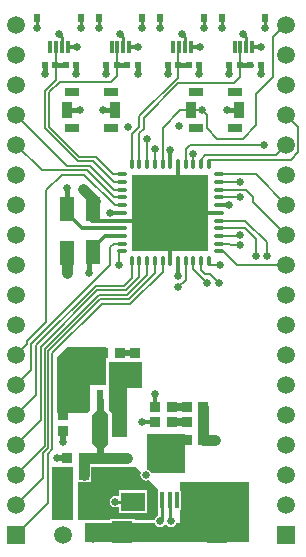
<source format=gtl>
%FSLAX25Y25*%
%MOIN*%
G70*
G01*
G75*
G04 Layer_Physical_Order=1*
G04 Layer_Color=255*
%ADD10R,0.03600X0.03600*%
%ADD11R,0.03600X0.03600*%
%ADD12R,0.07087X0.07480*%
%ADD13R,0.01575X0.05315*%
%ADD14R,0.08268X0.06299*%
%ADD15R,0.25787X0.25787*%
%ADD16O,0.01378X0.03937*%
%ADD17O,0.03937X0.01378*%
%ADD18R,0.02200X0.02200*%
%ADD19R,0.01181X0.03937*%
%ADD20R,0.01969X0.03150*%
%ADD21R,0.04724X0.07874*%
%ADD22R,0.04528X0.02953*%
%ADD23R,0.03740X0.05512*%
%ADD24R,0.02362X0.06299*%
%ADD25R,0.02362X0.07087*%
%ADD26C,0.00600*%
%ADD27C,0.01500*%
%ADD28C,0.01000*%
%ADD29C,0.00800*%
%ADD30C,0.01200*%
%ADD31C,0.03500*%
%ADD32C,0.01300*%
%ADD33C,0.02500*%
%ADD34C,0.02300*%
%ADD35C,0.02000*%
%ADD36C,0.05906*%
%ADD37R,0.05906X0.05906*%
%ADD38C,0.02500*%
G36*
X46586Y25914D02*
X46457Y25722D01*
X46314Y25000D01*
X46457Y24278D01*
X46866Y23666D01*
X47478Y23257D01*
X48200Y23114D01*
X48922Y23257D01*
X49114Y23386D01*
X52172Y20328D01*
X52172Y19758D01*
X52172D01*
Y13242D01*
X52438D01*
Y11274D01*
X52278Y11243D01*
X51666Y10834D01*
X51257Y10222D01*
X51213Y10000D01*
X44513D01*
Y10407D01*
X36227D01*
Y10000D01*
X25500D01*
Y22500D01*
X30000D01*
Y27500D01*
X45000D01*
X46586Y25914D01*
D02*
G37*
G36*
X24000Y10000D02*
X17000D01*
Y27500D01*
X24000D01*
Y10000D01*
D02*
G37*
G36*
X82500Y2500D02*
X28000D01*
Y9000D01*
X51213D01*
X51257Y8778D01*
X51666Y8166D01*
X52278Y7757D01*
X53000Y7614D01*
X53722Y7757D01*
X54334Y8166D01*
X54500Y8415D01*
X55000D01*
X55166Y8166D01*
X55778Y7757D01*
X56500Y7614D01*
X57222Y7757D01*
X57834Y8166D01*
X58243Y8778D01*
X58287Y9000D01*
X59500D01*
Y13242D01*
X60065D01*
Y19758D01*
X59500D01*
Y22500D01*
X82500D01*
Y2500D01*
D02*
G37*
G36*
X61250Y25500D02*
X49987D01*
X49943Y25722D01*
X49534Y26334D01*
X48922Y26743D01*
X48750Y26777D01*
Y38500D01*
X61250D01*
Y25500D01*
D02*
G37*
G36*
X47000Y54000D02*
X42000D01*
Y37500D01*
X37000D01*
Y45500D01*
X36000Y46500D01*
Y62500D01*
X47000D01*
Y54000D01*
D02*
G37*
G36*
X35000Y55000D02*
X29500D01*
Y47000D01*
Y46500D01*
X28500Y45500D01*
X18500D01*
Y55000D01*
Y64000D01*
X22000Y67500D01*
X35000D01*
Y55000D01*
D02*
G37*
G36*
X35559Y45079D02*
Y35236D01*
X34181Y33858D01*
X31819D01*
X30441Y35236D01*
Y45079D01*
X31819Y46457D01*
X34181D01*
X35559Y45079D01*
D02*
G37*
%LPC*%
G36*
X48647Y19856D02*
X39180D01*
Y18074D01*
X38739Y17838D01*
X38722Y17849D01*
X38000Y17992D01*
X37278Y17849D01*
X36666Y17440D01*
X36257Y16828D01*
X36114Y16106D01*
X36257Y15384D01*
X36666Y14773D01*
X37278Y14364D01*
X38000Y14220D01*
X38722Y14364D01*
X38739Y14375D01*
X39180Y14139D01*
Y12357D01*
X48647D01*
Y19856D01*
D02*
G37*
%LPD*%
D10*
X44500Y60000D02*
D03*
Y65500D02*
D03*
X33000Y30500D02*
D03*
Y25000D02*
D03*
X30500Y12500D02*
D03*
Y7000D02*
D03*
X20500Y45000D02*
D03*
Y39500D02*
D03*
D11*
X39500Y65500D02*
D03*
X34000D02*
D03*
X27500Y30500D02*
D03*
X22000D02*
D03*
X27500Y25000D02*
D03*
X22000D02*
D03*
X51335Y42500D02*
D03*
X56835D02*
D03*
X51335Y47500D02*
D03*
X56835D02*
D03*
X67335Y36665D02*
D03*
X61835D02*
D03*
Y42500D02*
D03*
X67335D02*
D03*
X61835Y47500D02*
D03*
X67335D02*
D03*
D12*
X71866Y6067D02*
D03*
X40370D02*
D03*
D13*
X51000Y16500D02*
D03*
X53559D02*
D03*
X56118D02*
D03*
X58677D02*
D03*
X61236D02*
D03*
D14*
X43913Y16106D02*
D03*
X68323D02*
D03*
D15*
X56339Y112341D02*
D03*
D16*
X69134Y96200D02*
D03*
X66575D02*
D03*
X64016D02*
D03*
X61457D02*
D03*
X58898D02*
D03*
X56339D02*
D03*
X53780D02*
D03*
X51221D02*
D03*
X48662D02*
D03*
X46103D02*
D03*
X43543D02*
D03*
Y128483D02*
D03*
X46103D02*
D03*
X48662D02*
D03*
X51221D02*
D03*
X53780D02*
D03*
X56339D02*
D03*
X58898D02*
D03*
X61457D02*
D03*
X64016D02*
D03*
X66575D02*
D03*
X69134D02*
D03*
D17*
X40197Y99546D02*
D03*
Y102105D02*
D03*
Y104664D02*
D03*
Y107223D02*
D03*
Y109782D02*
D03*
Y112341D02*
D03*
Y114900D02*
D03*
Y117459D02*
D03*
Y120018D02*
D03*
Y122578D02*
D03*
Y125137D02*
D03*
X72481D02*
D03*
Y122578D02*
D03*
Y120018D02*
D03*
Y117459D02*
D03*
Y114900D02*
D03*
Y112341D02*
D03*
Y109782D02*
D03*
Y107223D02*
D03*
Y104664D02*
D03*
Y102105D02*
D03*
Y99546D02*
D03*
D18*
X86500Y161500D02*
D03*
X83000D02*
D03*
X79500D02*
D03*
X76000D02*
D03*
X66000D02*
D03*
X62500D02*
D03*
X59000D02*
D03*
X55500D02*
D03*
X45500D02*
D03*
X42000D02*
D03*
X38500D02*
D03*
X35000D02*
D03*
X25000D02*
D03*
X21500D02*
D03*
X18000D02*
D03*
X14500D02*
D03*
D19*
X83700Y167500D02*
D03*
X81731D02*
D03*
X79763D02*
D03*
X77794D02*
D03*
X63200D02*
D03*
X61231D02*
D03*
X59263D02*
D03*
X57294D02*
D03*
X42700D02*
D03*
X40731D02*
D03*
X38763D02*
D03*
X36794D02*
D03*
X22200D02*
D03*
X20232D02*
D03*
X18263D02*
D03*
X16295D02*
D03*
D20*
X88031Y177342D02*
D03*
X73464D02*
D03*
X67531D02*
D03*
X52964D02*
D03*
X47031D02*
D03*
X32464D02*
D03*
X26531D02*
D03*
X11964D02*
D03*
D21*
X22008Y113625D02*
D03*
X30670D02*
D03*
X30670Y99156D02*
D03*
X22008Y99058D02*
D03*
D22*
X77810Y152624D02*
D03*
X64810D02*
D03*
X77810Y140624D02*
D03*
X64810D02*
D03*
X23500Y140500D02*
D03*
X36500D02*
D03*
X23500Y152500D02*
D03*
X36500D02*
D03*
D23*
X79310Y146624D02*
D03*
X63310D02*
D03*
X22000Y146500D02*
D03*
X38000D02*
D03*
D24*
X27095Y50394D02*
D03*
X38906D02*
D03*
D25*
X33000Y50000D02*
D03*
D26*
X84000Y116000D02*
Y117500D01*
X81481Y120018D02*
X84000Y117500D01*
X72481Y120018D02*
X81481D01*
X59624Y146624D02*
X62683D01*
X53780Y140780D02*
X59624Y146624D01*
X53780Y128483D02*
Y140780D01*
X59000Y155500D02*
X77500D01*
X47500Y144000D02*
X59000Y155500D01*
X47500Y140326D02*
Y144000D01*
X46103Y138929D02*
X47500Y140326D01*
X43543Y138544D02*
X46000Y141000D01*
Y144500D01*
X58785Y157285D01*
Y167022D01*
X59263Y167500D01*
X43543Y128483D02*
Y138544D01*
X46103Y128483D02*
Y138929D01*
X25500Y129500D02*
X30680D01*
X14500Y140500D02*
X25500Y129500D01*
X14500Y140500D02*
Y153000D01*
X18263Y156763D02*
Y161500D01*
X14500Y153000D02*
X18263Y156763D01*
X27680Y125000D02*
X37780Y114900D01*
X20178Y125000D02*
X27680D01*
X15000Y119822D02*
X20178Y125000D01*
X13500Y126500D02*
X28680D01*
X37721Y117459D01*
X29680Y128000D02*
X37662Y120018D01*
X22000Y128000D02*
X29680D01*
X5000Y145000D02*
X22000Y128000D01*
X30680Y129500D02*
X37603Y122578D01*
X26000Y131000D02*
X31500D01*
X16000Y141000D02*
X26000Y131000D01*
X31500D02*
X37363Y125137D01*
X5000Y135000D02*
X13500Y126500D01*
X16000Y152500D02*
X19500Y156000D01*
X36763D02*
X38763Y158000D01*
Y167500D01*
X38500Y161500D02*
X38763Y161763D01*
X19500Y156000D02*
X36763D01*
X16000Y141000D02*
Y152500D01*
X37363Y125137D02*
X40197D01*
X66873Y146624D02*
X68500Y144997D01*
Y140500D02*
Y144997D01*
Y140500D02*
X72000Y137000D01*
X80500D01*
X85000Y141500D01*
Y152000D01*
X62683Y146624D02*
X66873D01*
X85000Y152000D02*
X90500Y157500D01*
X77500Y155500D02*
X79763Y157763D01*
X43543Y90544D02*
Y96200D01*
X41000Y88000D02*
X43543Y90544D01*
X31500Y88000D02*
X41000D01*
X41500Y86500D02*
X46103Y91103D01*
X32000Y86500D02*
X41500D01*
X46103Y91103D02*
Y96200D01*
X42000Y85000D02*
X48662Y91662D01*
X32500Y85000D02*
X42000D01*
X48662Y91662D02*
Y96200D01*
X11750Y68250D02*
X31500Y88000D01*
X13250Y67750D02*
X32000Y86500D01*
X14500Y67000D02*
X32500Y85000D01*
X33000Y83500D02*
X42500D01*
X15750Y66250D02*
X33000Y83500D01*
X42500D02*
X51221Y92221D01*
X43000Y82000D02*
X53780Y92780D01*
X33500Y82000D02*
X43000D01*
X17000Y65500D02*
X33500Y82000D01*
X51221Y92221D02*
Y96200D01*
X53780Y92780D02*
Y96200D01*
X36339Y94839D02*
Y100841D01*
X10000Y68500D02*
X36339Y94839D01*
X15000Y76000D02*
Y119822D01*
X8500Y69500D02*
X15000Y76000D01*
X8500Y68500D02*
Y69500D01*
X10000Y60000D02*
Y68500D01*
X11750Y51750D02*
Y68250D01*
X13250Y43250D02*
Y67750D01*
X14500Y34500D02*
Y67000D01*
X15750Y34250D02*
Y66250D01*
X5000Y65000D02*
X8500Y68500D01*
X5000Y55000D02*
X10000Y60000D01*
X5000Y45000D02*
X11750Y51750D01*
X5000Y35000D02*
X13250Y43250D01*
X17000Y33500D02*
Y65500D01*
X15500Y32000D02*
X17000Y33500D01*
X15500Y15500D02*
Y32000D01*
X15700Y34200D02*
X15750Y34250D01*
X15700Y34003D02*
Y34200D01*
X14000Y32303D02*
X15700Y34003D01*
X14000Y24000D02*
Y32303D01*
X5000Y25000D02*
X14500Y34500D01*
X5000Y15000D02*
X14000Y24000D01*
X5000Y5000D02*
X15500Y15500D01*
X88500Y98000D02*
Y102500D01*
X85000Y98000D02*
Y103500D01*
X79422Y122578D02*
X79500Y122500D01*
X72481Y122578D02*
X79422D01*
X81277Y107223D02*
X85000Y103500D01*
X72481Y107223D02*
X81277D01*
X81218Y109782D02*
X88500Y102500D01*
X78527Y95000D02*
X95000D01*
X73981Y99546D02*
X78527Y95000D01*
X68000Y92000D02*
X69500D01*
X66575Y93425D02*
X68000Y92000D01*
X66575Y93425D02*
Y96200D01*
X69500Y92000D02*
X72500Y89000D01*
X64016Y93484D02*
Y96200D01*
Y93484D02*
X68500Y89000D01*
X59000Y87500D02*
X61457Y89957D01*
X84000Y116000D02*
X95000Y105000D01*
X72481Y117459D02*
X79500D01*
X63000Y135000D02*
X87500D01*
X61457Y133457D02*
X63000Y135000D01*
X84863Y125137D02*
X95000Y115000D01*
X72481Y125137D02*
X84863D01*
X39197Y94841D02*
Y99546D01*
X94500Y175000D02*
X95000D01*
X90500Y171000D02*
X94500Y175000D01*
X90500Y157500D02*
Y171000D01*
X91500Y131500D02*
X95000Y135000D01*
X68000Y131500D02*
X91500D01*
X66575Y130075D02*
X68000Y131500D01*
X66575Y128483D02*
Y130075D01*
X95000Y145000D02*
X99000Y141000D01*
Y132500D02*
Y141000D01*
X96500Y130000D02*
X99000Y132500D01*
X48662Y128483D02*
Y136838D01*
X51221Y128483D02*
Y133500D01*
X72481Y109782D02*
X81218D01*
X64016Y128483D02*
Y132000D01*
X61457Y128483D02*
Y133457D01*
X79763Y157763D02*
Y167500D01*
X18263Y161500D02*
Y167500D01*
X69000Y130000D02*
X96500D01*
X61457Y89957D02*
Y96200D01*
X37603Y102105D02*
X40197D01*
X37662Y120018D02*
X40197D01*
X36339Y100841D02*
X37603Y102105D01*
Y122578D02*
X40197D01*
X37721Y117459D02*
X40197Y117459D01*
X37780Y114900D02*
X40197D01*
D27*
X75434Y146624D02*
X79310D01*
X33810Y146500D02*
X38000D01*
X22313D02*
X26190D01*
X76000Y158500D02*
Y161500D01*
X80026D02*
X83263D01*
X59263D02*
X62500D01*
X38763D02*
X42000D01*
X18263D02*
X21500D01*
X18000D02*
X18263D01*
X66000Y158500D02*
Y161500D01*
X55500Y158500D02*
Y161500D01*
X86500Y158500D02*
Y161500D01*
X35000Y158500D02*
Y161500D01*
X45500Y158500D02*
Y161500D01*
X25000Y158500D02*
Y161500D01*
X14500Y158500D02*
Y161500D01*
X29339Y99156D02*
X29339Y99365D01*
Y97826D02*
X30670Y99156D01*
X29339Y92318D02*
Y97826D01*
X22008Y113625D02*
X22008Y120672D01*
D28*
X38000Y16106D02*
X43913D01*
X11964Y173843D02*
Y177342D01*
X26531Y173843D02*
Y177342D01*
X32464Y173843D02*
Y177342D01*
X47031Y173843D02*
Y177342D01*
X52964Y173843D02*
Y177342D01*
X67531Y173843D02*
Y177342D01*
X73464Y173843D02*
Y177342D01*
X88031Y173843D02*
Y177342D01*
X81731Y167500D02*
Y170869D01*
X80700Y171900D02*
X81731Y170869D01*
X61231Y167500D02*
Y170869D01*
X60200Y171900D02*
X61231Y170869D01*
X40731Y167500D02*
Y170869D01*
X39700Y171900D02*
X40731Y170869D01*
X19200Y171900D02*
X20232Y170869D01*
Y167500D02*
Y170869D01*
X53559Y10059D02*
Y16500D01*
X56118Y9882D02*
Y16500D01*
Y9882D02*
X56500Y9500D01*
X53000D02*
X53559Y10059D01*
D29*
X69500Y95000D02*
X73000D01*
X76500Y101500D02*
X79500D01*
X75895Y102105D02*
X76500Y101500D01*
X72481Y102105D02*
X75895D01*
X79164Y104664D02*
X79500Y105000D01*
X72481Y104664D02*
X79164D01*
D30*
X83700Y167500D02*
X86700D01*
X42700D02*
X45700D01*
X63200D02*
X66200D01*
X22200D02*
X25200D01*
X46829Y42500D02*
X51335D01*
Y47500D02*
Y52006D01*
X34662Y104664D02*
X40197D01*
X31589Y101591D02*
X34662Y104664D01*
X23339Y110841D02*
X26957Y107223D01*
X40197D01*
D31*
X27339Y120341D02*
X31328Y116352D01*
X22008Y92341D02*
Y99058D01*
X27500Y25000D02*
Y30500D01*
X33000D01*
X37500D01*
X42000D01*
X67335Y36665D02*
Y42500D01*
Y47500D01*
Y36665D02*
X71335D01*
D32*
X72481Y114900D02*
X75981D01*
X63839Y112341D02*
X72481D01*
X56339Y128483D02*
Y133341D01*
X58898Y91400D02*
Y96200D01*
X36339Y112341D02*
X40197D01*
X30398Y109782D02*
X53780D01*
X56339Y112341D01*
X58898Y114900D02*
Y128483D01*
X56339Y112341D02*
X58898Y114900D01*
X56339Y112341D02*
X63839D01*
X56339Y96200D02*
X56339Y104841D01*
Y112341D01*
X29339Y110841D02*
X30398Y109782D01*
D33*
X56835Y42500D02*
X61835D01*
X56835Y47500D02*
X61835D01*
D34*
X33000Y30500D02*
Y50000D01*
D35*
X18500Y30500D02*
X22000D01*
X20500Y36000D02*
Y39500D01*
X44500Y56500D02*
Y60000D01*
X39500Y65500D02*
X45000D01*
X30500Y3500D02*
Y7000D01*
D36*
X20500Y5000D02*
D03*
X95000Y175000D02*
D03*
Y165000D02*
D03*
Y155000D02*
D03*
Y145000D02*
D03*
Y135000D02*
D03*
Y125000D02*
D03*
Y115000D02*
D03*
Y105000D02*
D03*
Y95000D02*
D03*
Y85000D02*
D03*
Y75000D02*
D03*
Y65000D02*
D03*
Y55000D02*
D03*
Y45000D02*
D03*
Y35000D02*
D03*
Y25000D02*
D03*
Y15000D02*
D03*
X5000Y175000D02*
D03*
Y165000D02*
D03*
Y155000D02*
D03*
Y145000D02*
D03*
Y135000D02*
D03*
Y125000D02*
D03*
Y115000D02*
D03*
Y105000D02*
D03*
Y95000D02*
D03*
Y85000D02*
D03*
Y75000D02*
D03*
Y65000D02*
D03*
Y55000D02*
D03*
Y45000D02*
D03*
Y35000D02*
D03*
Y25000D02*
D03*
Y15000D02*
D03*
D37*
X20500D02*
D03*
X95000Y5000D02*
D03*
X5000D02*
D03*
D38*
X48839Y119841D02*
D03*
X56339D02*
D03*
X63839Y119841D02*
D03*
Y104841D02*
D03*
X56339D02*
D03*
X48839D02*
D03*
X48839Y112341D02*
D03*
X63839Y112341D02*
D03*
X56339D02*
D03*
X75434Y146624D02*
D03*
X66873D02*
D03*
X33810Y146500D02*
D03*
X26190D02*
D03*
X62236Y7500D02*
D03*
X47500D02*
D03*
X75000Y17500D02*
D03*
X80000D02*
D03*
Y12500D02*
D03*
Y7500D02*
D03*
X38000Y16106D02*
D03*
X85000Y98000D02*
D03*
X68500Y89000D02*
D03*
X72500D02*
D03*
X59000Y87500D02*
D03*
X73000Y95000D02*
D03*
X79500Y122500D02*
D03*
Y117500D02*
D03*
X87500Y135000D02*
D03*
X64016Y132000D02*
D03*
X11964Y173843D02*
D03*
X26531D02*
D03*
X32464D02*
D03*
X47031D02*
D03*
X52964D02*
D03*
X67531D02*
D03*
X73464D02*
D03*
X88031D02*
D03*
X51221Y133500D02*
D03*
X48662Y136838D02*
D03*
X88500Y98000D02*
D03*
X79500Y105000D02*
D03*
Y101500D02*
D03*
X86700Y167500D02*
D03*
X45700D02*
D03*
X80700Y171900D02*
D03*
X60200D02*
D03*
X39700D02*
D03*
X19200D02*
D03*
X66200Y167500D02*
D03*
X25200D02*
D03*
X76000Y158500D02*
D03*
X55500D02*
D03*
X66000D02*
D03*
X86500D02*
D03*
X45500D02*
D03*
X35000D02*
D03*
X14500D02*
D03*
X25000D02*
D03*
X59121Y141124D02*
D03*
X42190Y141000D02*
D03*
X39197Y94841D02*
D03*
X29339Y92318D02*
D03*
X22008Y120672D02*
D03*
X22008Y92341D02*
D03*
X75981Y114900D02*
D03*
X56500Y9500D02*
D03*
X53000D02*
D03*
X37500Y30500D02*
D03*
X42000D02*
D03*
X48200Y25000D02*
D03*
X71335Y36665D02*
D03*
X54900Y31800D02*
D03*
X46829Y42500D02*
D03*
X51335Y52006D02*
D03*
X18500Y30500D02*
D03*
X20500Y36000D02*
D03*
X44500Y56500D02*
D03*
X56339Y133341D02*
D03*
X58898Y91400D02*
D03*
X36339Y112341D02*
D03*
X39000Y60500D02*
D03*
Y56500D02*
D03*
Y44500D02*
D03*
Y40500D02*
D03*
X30500Y3500D02*
D03*
X22000Y64000D02*
D03*
X27000D02*
D03*
X32000D02*
D03*
X27000Y58000D02*
D03*
X22000D02*
D03*
X32000Y58500D02*
D03*
X27339Y120341D02*
D03*
M02*

</source>
